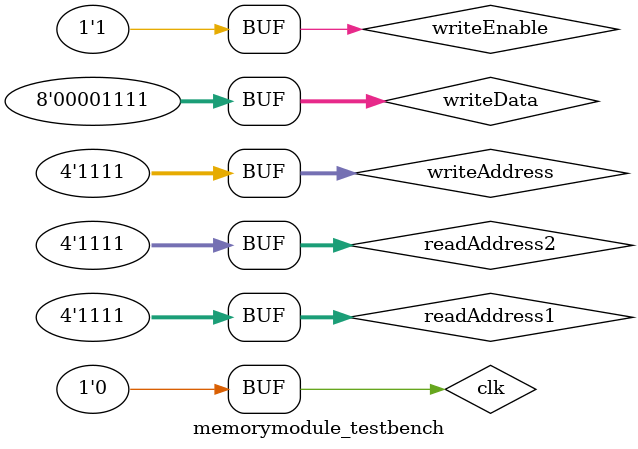
<source format=sv>
`timescale 1ns / 1ps

module memorymodule_testbench();
    logic clk, writeEnable;
    logic [3:0] writeAddress;
    logic [7:0] writeData;
    logic [3:0] readAddress1;
    logic [3:0] readAddress2;
    logic [7:0] readData1;
    logic [7:0] readData2;
    
    memory_module dut( clk, writeEnable, writeAddress, writeData, readAddress1, readAddress2, readData1, readData2);
    
    always
        begin
            clk = 1; #1;
            clk = 0; #1;
        end                                                               
        
    initial begin
        // writeEnable = 0; #5;
        writeEnable = 1;
        writeAddress = 4'b0;
        writeData = 8'b0;
        readAddress1 = 4'b0;
        readAddress2 = 4'b0;
        for ( int i = 4'b0; i < 5'b10000; i++) begin
            #10;
            writeAddress = i;
            if ( i != 4'b0) 
                writeData = writeData + 1;
                
            readAddress1 = i;
            readAddress2 = i;
            #10;
        end
    end
endmodule

</source>
